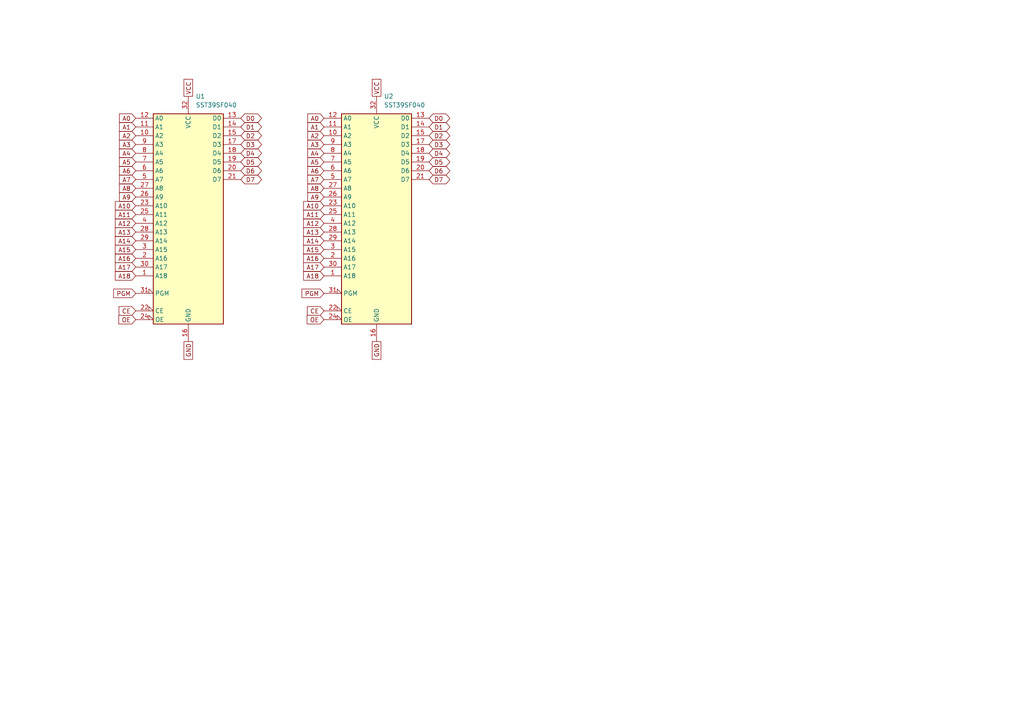
<source format=kicad_sch>
(kicad_sch (version 20250114) (generator "eeschema") (generator_version "9.0")
  (paper "A4")
  (lib_symbols
    (symbol "Memory_Flash:SST39SF040"
      (property "Reference" "U" (at 2.54 33.02 0))
      (property "Value" "SST39SF040" (at 0 -30.48 0))
      (symbol "SST39SF040_0_0"
        (pin power_in line (at 0 36.83 270) (length 5.08) (name "VCC") (number "32"))
        (pin power_in line (at 0 -34.29 90) (length 5.08) (name "GND") (number "16"))
      )
      (symbol "SST39SF040_0_1"
        (rectangle (start -10.16 31.75) (end 10.16 -29.21) (stroke (width 0.254)) (fill (type background)))
      )
      (symbol "SST39SF040_1_1"
        (pin input line (at -15.24 30.48 0) (length 5.08) (name "A0") (number "12"))
        (pin input line (at -15.24 27.94 0) (length 5.08) (name "A1") (number "11"))
        (pin input line (at -15.24 25.4 0) (length 5.08) (name "A2") (number "10"))
        (pin input line (at -15.24 22.86 0) (length 5.08) (name "A3") (number "9"))
        (pin input line (at -15.24 20.32 0) (length 5.08) (name "A4") (number "8"))
        (pin input line (at -15.24 17.78 0) (length 5.08) (name "A5") (number "7"))
        (pin input line (at -15.24 15.24 0) (length 5.08) (name "A6") (number "6"))
        (pin input line (at -15.24 12.7 0) (length 5.08) (name "A7") (number "5"))
        (pin input line (at -15.24 10.16 0) (length 5.08) (name "A8") (number "27"))
        (pin input line (at -15.24 7.62 0) (length 5.08) (name "A9") (number "26"))
        (pin input line (at -15.24 5.08 0) (length 5.08) (name "A10") (number "23"))
        (pin input line (at -15.24 2.54 0) (length 5.08) (name "A11") (number "25"))
        (pin input line (at -15.24 0 0) (length 5.08) (name "A12") (number "4"))
        (pin input line (at -15.24 -2.54 0) (length 5.08) (name "A13") (number "28"))
        (pin input line (at -15.24 -5.08 0) (length 5.08) (name "A14") (number "29"))
        (pin input line (at -15.24 -7.62 0) (length 5.08) (name "A15") (number "3"))
        (pin input line (at -15.24 -10.16 0) (length 5.08) (name "A16") (number "2"))
        (pin input line (at -15.24 -12.7 0) (length 5.08) (name "A17") (number "30"))
        (pin input line (at -15.24 -15.24 0) (length 5.08) (name "A18") (number "1"))
        (pin input input_low (at -15.24 -20.32 0) (length 5.08) (name "PGM") (number "31"))
        (pin input input_low (at -15.24 -25.4 0) (length 5.08) (name "CE") (number "22"))
        (pin input input_low (at -15.24 -27.94 0) (length 5.08) (name "OE") (number "24"))
        (pin tri_state line (at 15.24 30.48 180) (length 5.08) (name "D0") (number "13"))
        (pin tri_state line (at 15.24 27.94 180) (length 5.08) (name "D1") (number "14"))
        (pin tri_state line (at 15.24 25.4 180) (length 5.08) (name "D2") (number "15"))
        (pin tri_state line (at 15.24 22.86 180) (length 5.08) (name "D3") (number "17"))
        (pin tri_state line (at 15.24 20.32 180) (length 5.08) (name "D4") (number "18"))
        (pin tri_state line (at 15.24 17.78 180) (length 5.08) (name "D5") (number "19"))
        (pin tri_state line (at 15.24 15.24 180) (length 5.08) (name "D6") (number "20"))
        (pin tri_state line (at 15.24 12.7 180) (length 5.08) (name "D7") (number "21"))
      )
    )
  )
  (global_label "PGM" (shape input) (at 93.98 85.09 180) (property "Intersheetrefs" "${INTERSHEET_REFS}" (effects (hide yes))))
  (global_label "A5" (shape input) (at 39.37 46.99 180) (property "Intersheetrefs" "${INTERSHEET_REFS}" (effects (hide yes))))
  (global_label "PGM" (shape input) (at 39.37 85.09 180) (property "Intersheetrefs" "${INTERSHEET_REFS}" (effects (hide yes))))
  (global_label "A1" (shape input) (at 39.37 36.83 180) (property "Intersheetrefs" "${INTERSHEET_REFS}" (effects (hide yes))))
  (global_label "D4" (shape bidirectional) (at 124.46 44.45 0) (property "Intersheetrefs" "${INTERSHEET_REFS}" (effects (hide yes))))
  (global_label "A8" (shape input) (at 93.98 54.61 180) (property "Intersheetrefs" "${INTERSHEET_REFS}" (effects (hide yes))))
  (global_label "D5" (shape bidirectional) (at 124.46 46.99 0) (property "Intersheetrefs" "${INTERSHEET_REFS}" (effects (hide yes))))
  (global_label "A2" (shape input) (at 93.98 39.37 180) (property "Intersheetrefs" "${INTERSHEET_REFS}" (effects (hide yes))))
  (global_label "A15" (shape input) (at 39.37 72.39 180) (property "Intersheetrefs" "${INTERSHEET_REFS}" (effects (hide yes))))
  (global_label "A17" (shape input) (at 93.98 77.47 180) (property "Intersheetrefs" "${INTERSHEET_REFS}" (effects (hide yes))))
  (global_label "D2" (shape bidirectional) (at 69.85 39.37 0) (property "Intersheetrefs" "${INTERSHEET_REFS}" (effects (hide yes))))
  (global_label "D6" (shape bidirectional) (at 124.46 49.53 0) (property "Intersheetrefs" "${INTERSHEET_REFS}" (effects (hide yes))))
  (global_label "A0" (shape input) (at 93.98 34.29 180) (property "Intersheetrefs" "${INTERSHEET_REFS}" (effects (hide yes))))
  (global_label "A18" (shape input) (at 93.98 80.01 180) (property "Intersheetrefs" "${INTERSHEET_REFS}" (effects (hide yes))))
  (global_label "CE" (shape input) (at 93.98 90.17 180) (property "Intersheetrefs" "${INTERSHEET_REFS}" (effects (hide yes))))
  (global_label "D5" (shape bidirectional) (at 69.85 46.99 0) (property "Intersheetrefs" "${INTERSHEET_REFS}" (effects (hide yes))))
  (global_label "GND" (shape passive) (at 54.61 99.06 270) (property "Intersheetrefs" "${INTERSHEET_REFS}" (effects (hide yes))))
  (global_label "D7" (shape bidirectional) (at 69.85 52.07 0) (property "Intersheetrefs" "${INTERSHEET_REFS}" (effects (hide yes))))
  (global_label "D1" (shape bidirectional) (at 124.46 36.83 0) (property "Intersheetrefs" "${INTERSHEET_REFS}" (effects (hide yes))))
  (global_label "D0" (shape bidirectional) (at 124.46 34.29 0) (property "Intersheetrefs" "${INTERSHEET_REFS}" (effects (hide yes))))
  (global_label "A11" (shape input) (at 39.37 62.23 180) (property "Intersheetrefs" "${INTERSHEET_REFS}" (effects (hide yes))))
  (global_label "A6" (shape input) (at 39.37 49.53 180) (property "Intersheetrefs" "${INTERSHEET_REFS}" (effects (hide yes))))
  (global_label "A9" (shape input) (at 39.37 57.15 180) (property "Intersheetrefs" "${INTERSHEET_REFS}" (effects (hide yes))))
  (global_label "OE" (shape input) (at 93.98 92.71 180) (property "Intersheetrefs" "${INTERSHEET_REFS}" (effects (hide yes))))
  (global_label "VCC" (shape passive) (at 109.22 27.94 90) (property "Intersheetrefs" "${INTERSHEET_REFS}" (effects (hide yes))))
  (global_label "D0" (shape bidirectional) (at 69.85 34.29 0) (property "Intersheetrefs" "${INTERSHEET_REFS}" (effects (hide yes))))
  (global_label "GND" (shape passive) (at 109.22 99.06 270) (property "Intersheetrefs" "${INTERSHEET_REFS}" (effects (hide yes))))
  (global_label "A3" (shape input) (at 93.98 41.91 180) (property "Intersheetrefs" "${INTERSHEET_REFS}" (effects (hide yes))))
  (global_label "A1" (shape input) (at 93.98 36.83 180) (property "Intersheetrefs" "${INTERSHEET_REFS}" (effects (hide yes))))
  (global_label "A9" (shape input) (at 93.98 57.15 180) (property "Intersheetrefs" "${INTERSHEET_REFS}" (effects (hide yes))))
  (global_label "A10" (shape input) (at 93.98 59.69 180) (property "Intersheetrefs" "${INTERSHEET_REFS}" (effects (hide yes))))
  (global_label "A18" (shape input) (at 39.37 80.01 180) (property "Intersheetrefs" "${INTERSHEET_REFS}" (effects (hide yes))))
  (global_label "A7" (shape input) (at 39.37 52.07 180) (property "Intersheetrefs" "${INTERSHEET_REFS}" (effects (hide yes))))
  (global_label "D3" (shape bidirectional) (at 69.85 41.91 0) (property "Intersheetrefs" "${INTERSHEET_REFS}" (effects (hide yes))))
  (global_label "A12" (shape input) (at 93.98 64.77 180) (property "Intersheetrefs" "${INTERSHEET_REFS}" (effects (hide yes))))
  (global_label "VCC" (shape passive) (at 54.61 27.94 90) (property "Intersheetrefs" "${INTERSHEET_REFS}" (effects (hide yes))))
  (global_label "D3" (shape bidirectional) (at 124.46 41.91 0) (property "Intersheetrefs" "${INTERSHEET_REFS}" (effects (hide yes))))
  (global_label "A16" (shape input) (at 39.37 74.93 180) (property "Intersheetrefs" "${INTERSHEET_REFS}" (effects (hide yes))))
  (global_label "A15" (shape input) (at 93.98 72.39 180) (property "Intersheetrefs" "${INTERSHEET_REFS}" (effects (hide yes))))
  (global_label "D4" (shape bidirectional) (at 69.85 44.45 0) (property "Intersheetrefs" "${INTERSHEET_REFS}" (effects (hide yes))))
  (global_label "D1" (shape bidirectional) (at 69.85 36.83 0) (property "Intersheetrefs" "${INTERSHEET_REFS}" (effects (hide yes))))
  (global_label "A11" (shape input) (at 93.98 62.23 180) (property "Intersheetrefs" "${INTERSHEET_REFS}" (effects (hide yes))))
  (global_label "A13" (shape input) (at 93.98 67.31 180) (property "Intersheetrefs" "${INTERSHEET_REFS}" (effects (hide yes))))
  (global_label "A5" (shape input) (at 93.98 46.99 180) (property "Intersheetrefs" "${INTERSHEET_REFS}" (effects (hide yes))))
  (global_label "A14" (shape input) (at 39.37 69.85 180) (property "Intersheetrefs" "${INTERSHEET_REFS}" (effects (hide yes))))
  (global_label "A7" (shape input) (at 93.98 52.07 180) (property "Intersheetrefs" "${INTERSHEET_REFS}" (effects (hide yes))))
  (global_label "D2" (shape bidirectional) (at 124.46 39.37 0) (property "Intersheetrefs" "${INTERSHEET_REFS}" (effects (hide yes))))
  (global_label "D6" (shape bidirectional) (at 69.85 49.53 0) (property "Intersheetrefs" "${INTERSHEET_REFS}" (effects (hide yes))))
  (global_label "A10" (shape input) (at 39.37 59.69 180) (property "Intersheetrefs" "${INTERSHEET_REFS}" (effects (hide yes))))
  (global_label "A6" (shape input) (at 93.98 49.53 180) (property "Intersheetrefs" "${INTERSHEET_REFS}" (effects (hide yes))))
  (global_label "CE" (shape input) (at 39.37 90.17 180) (property "Intersheetrefs" "${INTERSHEET_REFS}" (effects (hide yes))))
  (global_label "A13" (shape input) (at 39.37 67.31 180) (property "Intersheetrefs" "${INTERSHEET_REFS}" (effects (hide yes))))
  (global_label "A8" (shape input) (at 39.37 54.61 180) (property "Intersheetrefs" "${INTERSHEET_REFS}" (effects (hide yes))))
  (global_label "A2" (shape input) (at 39.37 39.37 180) (property "Intersheetrefs" "${INTERSHEET_REFS}" (effects (hide yes))))
  (global_label "OE" (shape input) (at 39.37 92.71 180) (property "Intersheetrefs" "${INTERSHEET_REFS}" (effects (hide yes))))
  (global_label "A16" (shape input) (at 93.98 74.93 180) (property "Intersheetrefs" "${INTERSHEET_REFS}" (effects (hide yes))))
  (global_label "A12" (shape input) (at 39.37 64.77 180) (property "Intersheetrefs" "${INTERSHEET_REFS}" (effects (hide yes))))
  (global_label "A14" (shape input) (at 93.98 69.85 180) (property "Intersheetrefs" "${INTERSHEET_REFS}" (effects (hide yes))))
  (global_label "A17" (shape input) (at 39.37 77.47 180) (property "Intersheetrefs" "${INTERSHEET_REFS}" (effects (hide yes))))
  (global_label "A3" (shape input) (at 39.37 41.91 180) (property "Intersheetrefs" "${INTERSHEET_REFS}" (effects (hide yes))))
  (global_label "A4" (shape input) (at 39.37 44.45 180) (property "Intersheetrefs" "${INTERSHEET_REFS}" (effects (hide yes))))
  (global_label "D7" (shape bidirectional) (at 124.46 52.07 0) (property "Intersheetrefs" "${INTERSHEET_REFS}" (effects (hide yes))))
  (global_label "A4" (shape input) (at 93.98 44.45 180) (property "Intersheetrefs" "${INTERSHEET_REFS}" (effects (hide yes))))
  (global_label "A0" (shape input) (at 39.37 34.29 180) (property "Intersheetrefs" "${INTERSHEET_REFS}" (effects (hide yes))))
  (symbol (lib_id "Memory_Flash:SST39SF040") (at 109.22 64.77 0) (unit 1)
    (property "Reference" "U2" (at 111.3633 27.94 0) (effects (justify left)))
    (property "Value" "SST39SF040" (at 111.3633 30.48 0) (effects (justify left)))
    (property "Footprint" "PLCC32_longpads:PLCC-32_11.4x14.0mm_P1.27mm" (effects (hide yes)))
    (property "Datasheet" "http://ww1.microchip.com/downloads/en/DeviceDoc/25022B.pdf" (effects (hide yes)))
    (property "Description" "Silicon Storage Technology (SSF) 512k x 8 Flash ROM" (effects (hide yes)))
  )
  (symbol (lib_id "Memory_Flash:SST39SF040") (at 54.61 64.77 0) (unit 1)
    (property "Reference" "U1" (at 56.7533 27.94 0) (effects (justify left)))
    (property "Value" "SST39SF040" (at 56.7533 30.48 0) (effects (justify left)))
    (property "Footprint" "PLCC32_longpads:DIP-32_W15.24mm_no_Silkscreen" (effects (hide yes)))
    (property "Datasheet" "http://ww1.microchip.com/downloads/en/DeviceDoc/25022B.pdf" (effects (hide yes)))
    (property "Description" "Silicon Storage Technology (SSF) 512k x 8 Flash ROM" (effects (hide yes)))
  )
)
</source>
